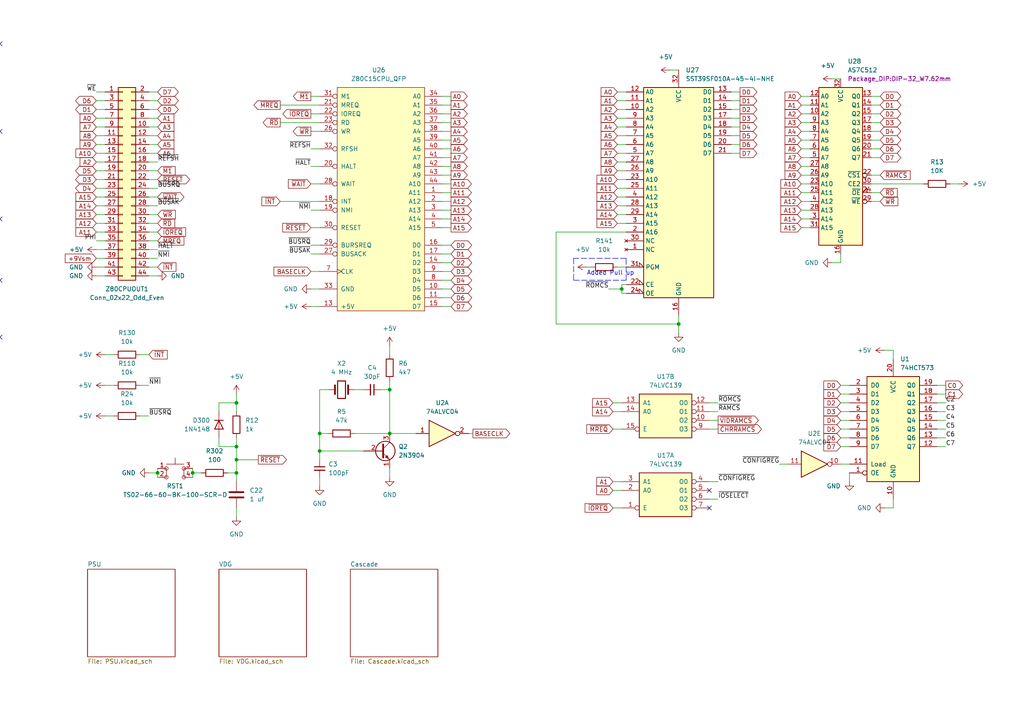
<source format=kicad_sch>
(kicad_sch (version 20211123) (generator eeschema)
  (paper "A4")
  (title_block (title "JupiterAce Z80 plus KIO and new memory format.") (date "2020-05-12") (rev "${REVNUM}") (company "Ontobus") (comment 1 "John Bradley") (comment 2 "https://creativecommons.org/licenses/by-nc-sa/4.0/") (comment 3 "Attribution-NonCommercial-ShareAlike 4.0 International License.") (comment 4 "This work is licensed under a Creative Commons "))
  (junction (at 68.58 116.84))
  (junction (at 113.03 125.73))
  (junction (at 68.58 133.35))
  (junction (at 68.58 137.16))
  (junction (at 196.85 93.98))
  (junction (at 55.88 137.16))
  (junction (at 92.71 130.81))
  (junction (at 113.03 113.03))
  (junction (at 45.72 137.16))
  (junction (at 92.71 125.73))
  (junction (at 68.58 129.54))
  (junction (at 180.34 83.82))
  (no_connect (at -66.04 15.24))
  (no_connect (at -50.8 12.7))
  (no_connect (at -66.04 10.16))
  (no_connect (at 0 63.5))
  (no_connect (at -15.24 60.96))
  (no_connect (at -15.24 66.04))
  (no_connect (at -25.4 63.5))
  (no_connect (at -15.24 10.16))
  (no_connect (at -25.4 12.7))
  (no_connect (at -15.24 100.33))
  (no_connect (at -15.24 95.25))
  (no_connect (at 0 97.79))
  (no_connect (at -15.24 97.79))
  (no_connect (at -40.64 100.33))
  (no_connect (at -40.64 95.25))
  (no_connect (at -40.64 97.79))
  (no_connect (at -15.24 78.74))
  (no_connect (at -15.24 81.28))
  (no_connect (at -15.24 83.82))
  (no_connect (at 0 81.28))
  (no_connect (at 0 12.7))
  (no_connect (at -40.64 83.82))
  (no_connect (at -25.4 97.79))
  (no_connect (at 205.74 142.24))
  (no_connect (at 205.74 147.32))
  (no_connect (at -40.64 15.24))
  (no_connect (at 0 38.1))
  (no_connect (at -15.24 38.1))
  (no_connect (at -40.64 10.16))
  (no_connect (at -40.64 81.28))
  (no_connect (at -15.24 15.24))
  (no_connect (at -40.64 66.04))
  (no_connect (at -40.64 60.96))
  (no_connect (at -25.4 81.28))
  (no_connect (at -40.64 78.74))
  (wire (pts (xy 102.87 113.03) (xy 105.41 113.03)))
  (wire (pts (xy 33.02 111.76) (xy 30.48 111.76)))
  (wire (pts (xy 43.18 57.15) (xy 45.72 57.15)))
  (wire (pts (xy 92.71 30.48) (xy 81.28 30.48)))
  (wire (pts (xy 271.78 121.92) (xy 274.32 121.92)))
  (wire (pts (xy 246.38 119.38) (xy 243.84 119.38)))
  (wire (pts (xy 181.61 31.75) (xy 179.07 31.75)))
  (wire (pts (xy 196.85 93.98) (xy 161.29 93.98)))
  (wire (pts (xy 92.71 48.26) (xy 90.17 48.26)))
  (wire (pts (xy 30.48 31.75) (xy 27.94 31.75)))
  (wire (pts (xy 128.27 35.56) (xy 130.81 35.56)))
  (wire (pts (xy 66.04 137.16) (xy 68.58 137.16)))
  (wire (pts (xy 30.48 52.07) (xy 27.94 52.07)))
  (wire (pts (xy 43.18 39.37) (xy 45.72 39.37)))
  (wire (pts (xy 43.18 34.29) (xy 45.72 34.29)))
  (wire (pts (xy 259.08 104.14) (xy 259.08 101.6)))
  (wire (pts (xy 212.09 36.83) (xy 214.63 36.83)))
  (wire (pts (xy 252.73 27.94) (xy 255.27 27.94)))
  (wire (pts (xy 181.61 82.55) (xy 180.34 82.55)))
  (wire (pts (xy 92.71 60.96) (xy 90.17 60.96)))
  (wire (pts (xy 45.72 137.16) (xy 45.72 138.43)))
  (wire (pts (xy 92.71 35.56) (xy 81.28 35.56)))
  (wire (pts (xy 212.09 39.37) (xy 214.63 39.37)))
  (wire (pts (xy 128.27 53.34) (xy 130.81 53.34)))
  (wire (pts (xy 68.58 119.38) (xy 68.58 116.84)))
  (wire (pts (xy 181.61 57.15) (xy 179.07 57.15)))
  (wire (pts (xy 30.48 62.23) (xy 27.94 62.23)))
  (wire (pts (xy 181.61 64.77) (xy 179.07 64.77)))
  (wire (pts (xy 181.61 39.37) (xy 179.07 39.37)))
  (wire (pts (xy 176.53 83.82) (xy 180.34 83.82)))
  (wire (pts (xy 181.61 59.69) (xy 179.07 59.69)))
  (wire (pts (xy 92.71 125.73) (xy 92.71 130.81)))
  (wire (pts (xy 43.18 36.83) (xy 45.72 36.83)))
  (wire (pts (xy 180.34 83.82) (xy 180.34 85.09)))
  (wire (pts (xy 92.71 33.02) (xy 90.17 33.02)))
  (wire (pts (xy 234.95 33.02) (xy 232.41 33.02)))
  (wire (pts (xy 234.95 66.04) (xy 232.41 66.04)))
  (wire (pts (xy 252.73 35.56) (xy 255.27 35.56)))
  (wire (pts (xy 30.48 59.69) (xy 27.94 59.69)))
  (wire (pts (xy 181.61 85.09) (xy 180.34 85.09)))
  (wire (pts (xy 275.59 53.34) (xy 278.13 53.34)))
  (wire (pts (xy 234.95 43.18) (xy 232.41 43.18)))
  (wire (pts (xy 128.27 48.26) (xy 130.81 48.26)))
  (wire (pts (xy 128.27 81.28) (xy 130.81 81.28)))
  (wire (pts (xy 68.58 129.54) (xy 63.5 129.54)))
  (wire (pts (xy 205.74 139.7) (xy 208.28 139.7)))
  (wire (pts (xy 43.18 26.67) (xy 45.72 26.67)))
  (wire (pts (xy 271.78 127) (xy 274.32 127)))
  (wire (pts (xy 113.03 125.73) (xy 120.65 125.73)))
  (wire (pts (xy 259.08 101.6) (xy 256.54 101.6)))
  (wire (pts (xy 252.73 50.8) (xy 255.27 50.8)))
  (wire (pts (xy 181.61 44.45) (xy 179.07 44.45)))
  (wire (pts (xy 90.17 43.18) (xy 92.71 43.18)))
  (wire (pts (xy 135.89 125.73) (xy 137.16 125.73)))
  (wire (pts (xy 243.84 73.66) (xy 243.84 76.2)))
  (wire (pts (xy 30.48 54.61) (xy 27.94 54.61)))
  (wire (pts (xy 180.34 142.24) (xy 177.8 142.24)))
  (wire (pts (xy 252.73 55.88) (xy 255.27 55.88)))
  (wire (pts (xy 55.88 137.16) (xy 55.88 138.43)))
  (wire (pts (xy 43.18 80.01) (xy 45.72 80.01)))
  (wire (pts (xy 40.64 120.65) (xy 43.18 120.65)))
  (wire (pts (xy 128.27 33.02) (xy 130.81 33.02)))
  (wire (pts (xy 128.27 45.72) (xy 130.81 45.72)))
  (wire (pts (xy 92.71 140.97) (xy 92.71 138.43)))
  (wire (pts (xy 271.78 129.54) (xy 274.32 129.54)))
  (wire (pts (xy 128.27 88.9) (xy 130.81 88.9)))
  (wire (pts (xy 234.95 50.8) (xy 232.41 50.8)))
  (wire (pts (xy 33.02 102.87) (xy 30.48 102.87)))
  (wire (pts (xy 30.48 72.39) (xy 27.94 72.39)))
  (wire (pts (xy 45.72 137.16) (xy 43.18 137.16)))
  (wire (pts (xy 246.38 116.84) (xy 243.84 116.84)))
  (wire (pts (xy 232.41 35.56) (xy 234.95 35.56)))
  (wire (pts (xy 246.38 129.54) (xy 243.84 129.54)))
  (wire (pts (xy 234.95 27.94) (xy 232.41 27.94)))
  (wire (pts (xy 92.71 83.82) (xy 90.17 83.82)))
  (wire (pts (xy 68.58 114.3) (xy 68.58 116.84)))
  (wire (pts (xy 196.85 93.98) (xy 196.85 96.52)))
  (wire (pts (xy 40.64 111.76) (xy 43.18 111.76)))
  (wire (pts (xy 90.17 78.74) (xy 92.71 78.74)))
  (wire (pts (xy 43.18 31.75) (xy 45.72 31.75)))
  (wire (pts (xy 128.27 63.5) (xy 130.81 63.5)))
  (wire (pts (xy 30.48 69.85) (xy 27.94 69.85)))
  (wire (pts (xy 68.58 133.35) (xy 74.93 133.35)))
  (wire (pts (xy 246.38 114.3) (xy 243.84 114.3)))
  (wire (pts (xy 128.27 38.1) (xy 130.81 38.1)))
  (wire (pts (xy 110.49 113.03) (xy 113.03 113.03)))
  (wire (pts (xy 43.18 49.53) (xy 45.72 49.53)))
  (wire (pts (xy 43.18 77.47) (xy 45.72 77.47)))
  (wire (pts (xy 43.18 62.23) (xy 45.72 62.23)))
  (wire (pts (xy 234.95 40.64) (xy 232.41 40.64)))
  (wire (pts (xy 92.71 53.34) (xy 90.17 53.34)))
  (wire (pts (xy 30.48 41.91) (xy 27.94 41.91)))
  (wire (pts (xy 180.34 119.38) (xy 177.8 119.38)))
  (wire (pts (xy 43.18 54.61) (xy 45.72 54.61)))
  (wire (pts (xy 30.48 39.37) (xy 27.94 39.37)))
  (wire (pts (xy 113.03 113.03) (xy 113.03 125.73)))
  (wire (pts (xy 180.34 82.55) (xy 180.34 83.82)))
  (wire (pts (xy 92.71 125.73) (xy 95.25 125.73)))
  (wire (pts (xy 234.95 38.1) (xy 232.41 38.1)))
  (wire (pts (xy 43.18 46.99) (xy 45.72 46.99)))
  (wire (pts (xy 128.27 76.2) (xy 130.81 76.2)))
  (wire (pts (xy 212.09 41.91) (xy 214.63 41.91)))
  (wire (pts (xy 271.78 119.38) (xy 274.32 119.38)))
  (wire (pts (xy 92.71 113.03) (xy 92.71 125.73)))
  (wire (pts (xy 212.09 34.29) (xy 214.63 34.29)))
  (wire (pts (xy 267.97 53.34) (xy 252.73 53.34)))
  (wire (pts (xy 43.18 69.85) (xy 45.72 69.85)))
  (wire (pts (xy 246.38 124.46) (xy 243.84 124.46)))
  (wire (pts (xy 246.38 127) (xy 243.84 127)))
  (wire (pts (xy 271.78 116.84) (xy 274.32 116.84)))
  (wire (pts (xy 30.48 46.99) (xy 27.94 46.99)))
  (wire (pts (xy 234.95 48.26) (xy 232.41 48.26)))
  (wire (pts (xy 234.95 53.34) (xy 232.41 53.34)))
  (wire (pts (xy 180.34 116.84) (xy 177.8 116.84)))
  (wire (pts (xy 234.95 58.42) (xy 232.41 58.42)))
  (wire (pts (xy 43.18 52.07) (xy 45.72 52.07)))
  (wire (pts (xy 128.27 86.36) (xy 130.81 86.36)))
  (wire (pts (xy 246.38 111.76) (xy 243.84 111.76)))
  (polyline (pts (xy 181.61 81.28) (xy 181.61 74.93)))
  (wire (pts (xy 241.3 76.2) (xy 243.84 76.2)))
  (wire (pts (xy 252.73 58.42) (xy 255.27 58.42)))
  (wire (pts (xy 68.58 129.54) (xy 68.58 133.35)))
  (wire (pts (xy 128.27 43.18) (xy 130.81 43.18)))
  (wire (pts (xy 68.58 133.35) (xy 68.58 137.16)))
  (wire (pts (xy 271.78 124.46) (xy 274.32 124.46)))
  (wire (pts (xy 30.48 34.29) (xy 27.94 34.29)))
  (wire (pts (xy 243.84 134.62) (xy 246.38 134.62)))
  (wire (pts (xy 30.48 44.45) (xy 27.94 44.45)))
  (wire (pts (xy 128.27 40.64) (xy 130.81 40.64)))
  (wire (pts (xy 40.64 102.87) (xy 43.18 102.87)))
  (wire (pts (xy 181.61 77.47) (xy 179.07 77.47)))
  (wire (pts (xy 43.18 59.69) (xy 45.72 59.69)))
  (wire (pts (xy 30.48 67.31) (xy 27.94 67.31)))
  (wire (pts (xy 128.27 60.96) (xy 130.81 60.96)))
  (wire (pts (xy 128.27 78.74) (xy 130.81 78.74)))
  (wire (pts (xy 102.87 125.73) (xy 113.03 125.73)))
  (wire (pts (xy 205.74 124.46) (xy 208.28 124.46)))
  (wire (pts (xy 252.73 45.72) (xy 255.27 45.72)))
  (wire (pts (xy 246.38 121.92) (xy 243.84 121.92)))
  (wire (pts (xy 271.78 114.3) (xy 274.32 114.3)))
  (wire (pts (xy 226.06 134.62) (xy 228.6 134.62)))
  (wire (pts (xy 92.71 73.66) (xy 90.17 73.66)))
  (wire (pts (xy 181.61 41.91) (xy 179.07 41.91)))
  (wire (pts (xy 128.27 50.8) (xy 130.81 50.8)))
  (wire (pts (xy 68.58 116.84) (xy 63.5 116.84)))
  (wire (pts (xy 30.48 74.93) (xy 27.94 74.93)))
  (wire (pts (xy 45.72 135.89) (xy 45.72 137.16)))
  (wire (pts (xy 212.09 31.75) (xy 214.63 31.75)))
  (wire (pts (xy 63.5 116.84) (xy 63.5 119.38)))
  (wire (pts (xy 92.71 58.42) (xy 81.28 58.42)))
  (wire (pts (xy 171.45 77.47) (xy 170.18 77.47)))
  (wire (pts (xy 27.94 77.47) (xy 30.48 77.47)))
  (wire (pts (xy 30.48 29.21) (xy 27.94 29.21)))
  (wire (pts (xy 30.48 80.01) (xy 27.94 80.01)))
  (wire (pts (xy 90.17 71.12) (xy 92.71 71.12)))
  (wire (pts (xy 43.18 67.31) (xy 45.72 67.31)))
  (wire (pts (xy 180.34 139.7) (xy 177.8 139.7)))
  (wire (pts (xy 58.42 137.16) (xy 55.88 137.16)))
  (wire (pts (xy 181.61 52.07) (xy 179.07 52.07)))
  (wire (pts (xy 43.18 64.77) (xy 45.72 64.77)))
  (wire (pts (xy 68.58 137.16) (xy 68.58 139.7)))
  (wire (pts (xy 196.85 20.32) (xy 194.31 20.32)))
  (wire (pts (xy 252.73 40.64) (xy 255.27 40.64)))
  (wire (pts (xy 205.74 119.38) (xy 208.28 119.38)))
  (wire (pts (xy 128.27 55.88) (xy 130.81 55.88)))
  (wire (pts (xy 181.61 49.53) (xy 179.07 49.53)))
  (wire (pts (xy 212.09 44.45) (xy 214.63 44.45)))
  (wire (pts (xy 30.48 64.77) (xy 27.94 64.77)))
  (wire (pts (xy 43.18 29.21) (xy 45.72 29.21)))
  (wire (pts (xy 92.71 38.1) (xy 90.17 38.1)))
  (wire (pts (xy 92.71 27.94) (xy 90.17 27.94)))
  (wire (pts (xy 68.58 127) (xy 68.58 129.54)))
  (wire (pts (xy 90.17 88.9) (xy 92.71 88.9)))
  (wire (pts (xy 45.72 74.93) (xy 43.18 74.93)))
  (wire (pts (xy 212.09 26.67) (xy 214.63 26.67)))
  (wire (pts (xy 181.61 62.23) (xy 179.07 62.23)))
  (wire (pts (xy 30.48 57.15) (xy 27.94 57.15)))
  (wire (pts (xy 43.18 44.45) (xy 45.72 44.45)))
  (wire (pts (xy 180.34 147.32) (xy 177.8 147.32)))
  (wire (pts (xy 30.48 49.53) (xy 27.94 49.53)))
  (wire (pts (xy 205.74 116.84) (xy 208.28 116.84)))
  (wire (pts (xy 30.48 36.83) (xy 27.94 36.83)))
  (wire (pts (xy 63.5 127) (xy 63.5 129.54)))
  (wire (pts (xy 92.71 130.81) (xy 92.71 133.35)))
  (wire (pts (xy 259.08 144.78) (xy 259.08 147.32)))
  (wire (pts (xy 128.27 58.42) (xy 130.81 58.42)))
  (wire (pts (xy 234.95 63.5) (xy 232.41 63.5)))
  (wire (pts (xy 128.27 27.94) (xy 130.81 27.94)))
  (wire (pts (xy 271.78 111.76) (xy 274.32 111.76)))
  (polyline (pts (xy 166.37 81.28) (xy 181.61 81.28)))
  (wire (pts (xy 128.27 66.04) (xy 130.81 66.04)))
  (wire (pts (xy 234.95 30.48) (xy 232.41 30.48)))
  (wire (pts (xy 196.85 91.44) (xy 196.85 93.98)))
  (wire (pts (xy 128.27 30.48) (xy 130.81 30.48)))
  (wire (pts (xy 181.61 36.83) (xy 179.07 36.83)))
  (wire (pts (xy 234.95 55.88) (xy 232.41 55.88)))
  (wire (pts (xy 234.95 60.96) (xy 232.41 60.96)))
  (polyline (pts (xy 181.61 74.93) (xy 166.37 74.93)))
  (wire (pts (xy 92.71 113.03) (xy 95.25 113.03)))
  (wire (pts (xy 252.73 30.48) (xy 255.27 30.48)))
  (polyline (pts (xy 166.37 74.93) (xy 166.37 81.28)))
  (wire (pts (xy 68.58 147.32) (xy 68.58 149.86)))
  (wire (pts (xy 252.73 33.02) (xy 255.27 33.02)))
  (wire (pts (xy 30.48 26.67) (xy 27.94 26.67)))
  (wire (pts (xy 181.61 29.21) (xy 179.07 29.21)))
  (wire (pts (xy 113.03 110.49) (xy 113.03 113.03)))
  (wire (pts (xy 113.03 135.89) (xy 113.03 138.43)))
  (wire (pts (xy 205.74 144.78) (xy 208.28 144.78)))
  (wire (pts (xy 256.54 147.32) (xy 259.08 147.32)))
  (wire (pts (xy 128.27 73.66) (xy 130.81 73.66)))
  (wire (pts (xy 205.74 121.92) (xy 208.28 121.92)))
  (wire (pts (xy 181.61 34.29) (xy 179.07 34.29)))
  (wire (pts (xy 252.73 43.18) (xy 255.27 43.18)))
  (wire (pts (xy 234.95 45.72) (xy 232.41 45.72)))
  (wire (pts (xy 246.38 137.16) (xy 246.38 139.7)))
  (wire (pts (xy 90.17 66.04) (xy 92.71 66.04)))
  (wire (pts (xy 161.29 67.31) (xy 161.29 93.98)))
  (wire (pts (xy 128.27 71.12) (xy 130.81 71.12)))
  (wire (pts (xy 30.48 120.65) (xy 33.02 120.65)))
  (wire (pts (xy 161.29 67.31) (xy 181.61 67.31)))
  (wire (pts (xy 128.27 83.82) (xy 130.81 83.82)))
  (wire (pts (xy 212.09 29.21) (xy 214.63 29.21)))
  (wire (pts (xy 113.03 102.87) (xy 113.03 100.33)))
  (wire (pts (xy 181.61 26.67) (xy 179.07 26.67)))
  (wire (pts (xy 252.73 38.1) (xy 255.27 38.1)))
  (wire (pts (xy 181.61 46.99) (xy 179.07 46.99)))
  (wire (pts (xy 177.8 124.46) (xy 180.34 124.46)))
  (wire (pts (xy 243.84 22.86) (xy 241.3 22.86)))
  (wire (pts (xy 55.88 135.89) (xy 55.88 137.16)))
  (wire (pts (xy 181.61 54.61) (xy 179.07 54.61)))
  (wire (pts (xy 43.18 41.91) (xy 45.72 41.91)))
  (wire (pts (xy 92.71 130.81) (xy 105.41 130.81)))
  (wire (pts (xy 43.18 72.39) (xy 45.72 72.39)))
  (text "Added Pull up" (at 170.18 80.01 0) (effects (font (size 1.27 1.27)) (justify left bottom)))
  (label "~{CONFIGREG}" (at 226.06 134.62 180))
  (label "C4" (at 274.32 121.92 0))
  (label "C2" (at 274.32 116.84 0))
  (label "C3" (at 274.32 119.38 0))
  (label "C6" (at 274.32 127 0))
  (label "~{REFSH}" (at 90.17 43.18 0))
  (label "~{IOSELECT}" (at 208.28 144.78 0))
  (label "~{RAMCS}" (at 208.28 119.38 0))
  (label "~{BUSAK}" (at 90.17 73.66 180))
  (label "~{HALT}" (at 45.72 72.39 0))
  (label "~{ROMCS}" (at 176.53 83.82 180))
  (label "~{BUSRQ}" (at 45.72 54.61 0))
  (label "PHI" (at 27.94 69.85 180))
  (label "~{NMI}" (at 90.17 60.96 180))
  (label "~{WE}" (at 27.94 26.67 180))
  (label "~{BUSRQ}" (at 90.17 71.12 180))
  (label "~{NMI}" (at 45.72 74.93 0))
  (label "~{NMI}" (at 43.18 111.76 0))
  (label "~{HALT}" (at 90.17 48.26 180))
  (label "~{BUSRQ}" (at 43.18 120.65 0))
  (label "~{CONFIGREG}" (at 208.28 139.7 0))
  (label "~{BUSAK}" (at 45.72 59.69 0))
  (label "C5" (at 274.32 124.46 0))
  (label "C7" (at 274.32 129.54 0))
  (label "~{REFSH}" (at 45.72 46.99 0))
  (label "~{ROMCS}" (at 208.28 116.84 0))
  (global_label "D3" (shape output) (at 214.63 34.29 0) (property "Intersheet References" "${INTERSHEET_REFS}" (at 219.5226 34.2106 0) (effects (justify left))))
  (global_label "D3" (shape bidirectional) (at 130.81 78.74 0) (property "Intersheet References" "${INTERSHEET_REFS}" (at 135.7026 78.6606 0) (effects (justify left))))
  (global_label "BASECLK" (shape input) (at 90.17 78.74 180) (property "Intersheet References" "${INTERSHEET_REFS}" (at 79.4717 78.6606 0) (effects (justify right))))
  (global_label "~{RD}" (shape input) (at 45.72 64.77 0) (property "Intersheet References" "${INTERSHEET_REFS}" (at 50.6731 64.6906 0) (effects (justify left))))
  (global_label "~{CHRRAMCS}" (shape output) (at 208.28 124.46 0) (property "Intersheet References" "${INTERSHEET_REFS}" (at 220.8531 124.3806 0) (effects (justify left))))
  (global_label "A14" (shape output) (at 130.81 63.5 0) (property "Intersheet References" "${INTERSHEET_REFS}" (at 136.7307 63.4206 0) (effects (justify left))))
  (global_label "A10" (shape input) (at 179.07 52.07 180) (property "Intersheet References" "${INTERSHEET_REFS}" (at 173.1493 51.9906 0) (effects (justify right))))
  (global_label "~{MREQ}" (shape input) (at 45.72 69.85 0) (property "Intersheet References" "${INTERSHEET_REFS}" (at 53.3341 69.7706 0) (effects (justify left))))
  (global_label "D6" (shape output) (at 214.63 41.91 0) (property "Intersheet References" "${INTERSHEET_REFS}" (at 219.5226 41.8306 0) (effects (justify left))))
  (global_label "~{IOREQ}" (shape output) (at 90.17 33.02 180) (property "Intersheet References" "${INTERSHEET_REFS}" (at 82.0721 32.9406 0) (effects (justify right))))
  (global_label "A2" (shape input) (at 27.94 46.99 180) (property "Intersheet References" "${INTERSHEET_REFS}" (at 23.2288 46.9106 0) (effects (justify right))))
  (global_label "~{WAIT}" (shape input) (at 90.17 53.34 180) (property "Intersheet References" "${INTERSHEET_REFS}" (at 83.6445 53.2606 0) (effects (justify right))))
  (global_label "A1" (shape output) (at 130.81 30.48 0) (property "Intersheet References" "${INTERSHEET_REFS}" (at 135.5212 30.4006 0) (effects (justify left))))
  (global_label "~{WR}" (shape input) (at 255.27 58.42 0) (property "Intersheet References" "${INTERSHEET_REFS}" (at 260.4045 58.3406 0) (effects (justify left))))
  (global_label "A15" (shape input) (at 177.8 116.84 180) (property "Intersheet References" "${INTERSHEET_REFS}" (at 171.8793 116.7606 0) (effects (justify right))))
  (global_label "D4" (shape bidirectional) (at 255.27 38.1 0) (property "Intersheet References" "${INTERSHEET_REFS}" (at 260.1626 38.0206 0) (effects (justify left))))
  (global_label "~{INT}" (shape input) (at 43.18 102.87 0) (property "Intersheet References" "${INTERSHEET_REFS}" (at 48.496 102.7906 0) (effects (justify left))))
  (global_label "D7" (shape bidirectional) (at 255.27 45.72 0) (property "Intersheet References" "${INTERSHEET_REFS}" (at 260.1626 45.6406 0) (effects (justify left))))
  (global_label "A0" (shape input) (at 177.8 142.24 180) (property "Intersheet References" "${INTERSHEET_REFS}" (at 173.0888 142.1606 0) (effects (justify right))))
  (global_label "D1" (shape bidirectional) (at 130.81 73.66 0) (property "Intersheet References" "${INTERSHEET_REFS}" (at 135.7026 73.5806 0) (effects (justify left))))
  (global_label "A11" (shape input) (at 232.41 55.88 180) (property "Intersheet References" "${INTERSHEET_REFS}" (at 226.4893 55.8006 0) (effects (justify right))))
  (global_label "A2" (shape input) (at 232.41 33.02 180) (property "Intersheet References" "${INTERSHEET_REFS}" (at 227.6988 32.9406 0) (effects (justify right))))
  (global_label "~{WR}" (shape input) (at 45.72 62.23 0) (property "Intersheet References" "${INTERSHEET_REFS}" (at 50.8545 62.1506 0) (effects (justify left))))
  (global_label "A4" (shape input) (at 232.41 38.1 180) (property "Intersheet References" "${INTERSHEET_REFS}" (at 227.6988 38.0206 0) (effects (justify right))))
  (global_label "D2" (shape bidirectional) (at 255.27 33.02 0) (property "Intersheet References" "${INTERSHEET_REFS}" (at 260.1626 32.9406 0) (effects (justify left))))
  (global_label "A13" (shape input) (at 27.94 62.23 180) (property "Intersheet References" "${INTERSHEET_REFS}" (at 22.0193 62.1506 0) (effects (justify right))))
  (global_label "A3" (shape output) (at 130.81 35.56 0) (property "Intersheet References" "${INTERSHEET_REFS}" (at 135.5212 35.4806 0) (effects (justify left))))
  (global_label "A13" (shape input) (at 232.41 60.96 180) (property "Intersheet References" "${INTERSHEET_REFS}" (at 226.4893 60.8806 0) (effects (justify right))))
  (global_label "A0" (shape output) (at 130.81 27.94 0) (property "Intersheet References" "${INTERSHEET_REFS}" (at 135.5212 27.8606 0) (effects (justify left))))
  (global_label "~{MREQ}" (shape output) (at 81.28 30.48 180) (property "Intersheet References" "${INTERSHEET_REFS}" (at 73.6659 30.4006 0) (effects (justify right))))
  (global_label "~{RESET}" (shape input) (at 90.17 66.04 180) (property "Intersheet References" "${INTERSHEET_REFS}" (at 82.0117 65.9606 0) (effects (justify right))))
  (global_label "A15" (shape input) (at 179.07 64.77 180) (property "Intersheet References" "${INTERSHEET_REFS}" (at 173.1493 64.6906 0) (effects (justify right))))
  (global_label "A3" (shape input) (at 232.41 35.56 180) (property "Intersheet References" "${INTERSHEET_REFS}" (at 227.6988 35.4806 0) (effects (justify right))))
  (global_label "A13" (shape output) (at 130.81 60.96 0) (property "Intersheet References" "${INTERSHEET_REFS}" (at 136.7307 60.8806 0) (effects (justify left))))
  (global_label "+9Vsm" (shape input) (at 27.94 74.93 180) (property "Intersheet References" "${INTERSHEET_REFS}" (at 18.935 74.8506 0) (effects (justify right))))
  (global_label "A12" (shape input) (at 232.41 58.42 180) (property "Intersheet References" "${INTERSHEET_REFS}" (at 226.4893 58.3406 0) (effects (justify right))))
  (global_label "A7" (shape input) (at 27.94 36.83 180) (property "Intersheet References" "${INTERSHEET_REFS}" (at 23.2288 36.7506 0) (effects (justify right))))
  (global_label "A1" (shape input) (at 45.72 34.29 0) (property "Intersheet References" "${INTERSHEET_REFS}" (at 50.4312 34.2106 0) (effects (justify left))))
  (global_label "D2" (shape bidirectional) (at 130.81 76.2 0) (property "Intersheet References" "${INTERSHEET_REFS}" (at 135.7026 76.1206 0) (effects (justify left))))
  (global_label "~{WAIT}" (shape bidirectional) (at 45.72 57.15 0) (property "Intersheet References" "${INTERSHEET_REFS}" (at 52.2455 57.0706 0) (effects (justify left))))
  (global_label "D4" (shape output) (at 214.63 36.83 0) (property "Intersheet References" "${INTERSHEET_REFS}" (at 219.5226 36.7506 0) (effects (justify left))))
  (global_label "D5" (shape bidirectional) (at 27.94 49.53 180) (property "Intersheet References" "${INTERSHEET_REFS}" (at 23.0474 49.4506 0) (effects (justify right))))
  (global_label "D4" (shape input) (at 243.84 121.92 180) (property "Intersheet References" "${INTERSHEET_REFS}" (at 238.9474 121.8406 0) (effects (justify right))))
  (global_label "~{IOREQ}" (shape input) (at 177.8 147.32 180) (property "Intersheet References" "${INTERSHEET_REFS}" (at 169.7021 147.2406 0) (effects (justify right))))
  (global_label "A6" (shape input) (at 179.07 41.91 180) (property "Intersheet References" "${INTERSHEET_REFS}" (at 174.3588 41.8306 0) (effects (justify right))))
  (global_label "A15" (shape output) (at 130.81 66.04 0) (property "Intersheet References" "${INTERSHEET_REFS}" (at 136.7307 65.9606 0) (effects (justify left))))
  (global_label "C1" (shape output) (at 274.32 114.3 0) (property "Intersheet References" "${INTERSHEET_REFS}" (at 279.2126 114.2206 0) (effects (justify left))))
  (global_label "D6" (shape bidirectional) (at 27.94 29.21 180) (property "Intersheet References" "${INTERSHEET_REFS}" (at 23.0474 29.1306 0) (effects (justify right))))
  (global_label "D0" (shape bidirectional) (at 130.81 71.12 0) (property "Intersheet References" "${INTERSHEET_REFS}" (at 135.7026 71.0406 0) (effects (justify left))))
  (global_label "D2" (shape input) (at 243.84 116.84 180) (property "Intersheet References" "${INTERSHEET_REFS}" (at 238.9474 116.7606 0) (effects (justify right))))
  (global_label "D7" (shape bidirectional) (at 130.81 88.9 0) (property "Intersheet References" "${INTERSHEET_REFS}" (at 135.7026 88.8206 0) (effects (justify left))))
  (global_label "BASECLK" (shape output) (at 137.16 125.73 0) (property "Intersheet References" "${INTERSHEET_REFS}" (at 147.8583 125.6506 0) (effects (justify left))))
  (global_label "D5" (shape output) (at 214.63 39.37 0) (property "Intersheet References" "${INTERSHEET_REFS}" (at 219.5226 39.2906 0) (effects (justify left))))
  (global_label "~{WR}" (shape output) (at 90.17 38.1 180) (property "Intersheet References" "${INTERSHEET_REFS}" (at 85.0355 38.0206 0) (effects (justify right))))
  (global_label "A15" (shape input) (at 232.41 66.04 180) (property "Intersheet References" "${INTERSHEET_REFS}" (at 226.4893 65.9606 0) (effects (justify right))))
  (global_label "D3" (shape bidirectional) (at 255.27 35.56 0) (property "Intersheet References" "${INTERSHEET_REFS}" (at 260.1626 35.4806 0) (effects (justify left))))
  (global_label "A14" (shape input) (at 27.94 59.69 180) (property "Intersheet References" "${INTERSHEET_REFS}" (at 22.0193 59.6106 0) (effects (justify right))))
  (global_label "A10" (shape output) (at 130.81 53.34 0) (property "Intersheet References" "${INTERSHEET_REFS}" (at 136.7307 53.2606 0) (effects (justify left))))
  (global_label "A8" (shape input) (at 179.07 46.99 180) (property "Intersheet References" "${INTERSHEET_REFS}" (at 174.3588 46.9106 0) (effects (justify right))))
  (global_label "D5" (shape bidirectional) (at 255.27 40.64 0) (property "Intersheet References" "${INTERSHEET_REFS}" (at 260.1626 40.5606 0) (effects (justify left))))
  (global_label "A5" (shape input) (at 45.72 41.91 0) (property "Intersheet References" "${INTERSHEET_REFS}" (at 50.4312 41.8306 0) (effects (justify left))))
  (global_label "A7" (shape output) (at 130.81 45.72 0) (property "Intersheet References" "${INTERSHEET_REFS}" (at 135.5212 45.6406 0) (effects (justify left))))
  (global_label "D4" (shape bidirectional) (at 130.81 81.28 0) (property "Intersheet References" "${INTERSHEET_REFS}" (at 135.7026 81.2006 0) (effects (justify left))))
  (global_label "D7" (shape bidirectional) (at 45.72 26.67 0) (property "Intersheet References" "${INTERSHEET_REFS}" (at 50.6126 26.5906 0) (effects (justify left))))
  (global_label "A7" (shape input) (at 179.07 44.45 180) (property "Intersheet References" "${INTERSHEET_REFS}" (at 174.3588 44.3706 0) (effects (justify right))))
  (global_label "A5" (shape input) (at 179.07 39.37 180) (property "Intersheet References" "${INTERSHEET_REFS}" (at 174.3588 39.2906 0) (effects (justify right))))
  (global_label "~{RESET}" (shape output) (at 74.93 133.35 0) (property "Intersheet References" "${INTERSHEET_REFS}" (at 83.0883 133.2706 0) (effects (justify left))))
  (global_label "D1" (shape output) (at 214.63 29.21 0) (property "Intersheet References" "${INTERSHEET_REFS}" (at 219.5226 29.1306 0) (effects (justify left))))
  (global_label "A9" (shape output) (at 130.81 50.8 0) (property "Intersheet References" "${INTERSHEET_REFS}" (at 135.5212 50.7206 0) (effects (justify left))))
  (global_label "A4" (shape input) (at 179.07 36.83 180) (property "Intersheet References" "${INTERSHEET_REFS}" (at 174.3588 36.7506 0) (effects (justify right))))
  (global_label "D5" (shape input) (at 243.84 124.46 180) (property "Intersheet References" "${INTERSHEET_REFS}" (at 238.9474 124.3806 0) (effects (justify right))))
  (global_label "A9" (shape input) (at 232.41 50.8 180) (property "Intersheet References" "${INTERSHEET_REFS}" (at 227.6988 50.7206 0) (effects (justify right))))
  (global_label "D3" (shape input) (at 243.84 119.38 180) (property "Intersheet References" "${INTERSHEET_REFS}" (at 238.9474 119.3006 0) (effects (justify right))))
  (global_label "D5" (shape bidirectional) (at 130.81 83.82 0) (property "Intersheet References" "${INTERSHEET_REFS}" (at 135.7026 83.7406 0) (effects (justify left))))
  (global_label "D1" (shape bidirectional) (at 255.27 30.48 0) (property "Intersheet References" "${INTERSHEET_REFS}" (at 260.1626 30.4006 0) (effects (justify left))))
  (global_label "D6" (shape bidirectional) (at 255.27 43.18 0) (property "Intersheet References" "${INTERSHEET_REFS}" (at 260.1626 43.1006 0) (effects (justify left))))
  (global_label "A10" (shape input) (at 27.94 44.45 180) (property "Intersheet References" "${INTERSHEET_REFS}" (at 22.0193 44.3706 0) (effects (justify right))))
  (global_label "A12" (shape output) (at 130.81 58.42 0) (property "Intersheet References" "${INTERSHEET_REFS}" (at 136.7307 58.3406 0) (effects (justify left))))
  (global_label "~{RESET}" (shape bidirectional) (at 45.72 52.07 0) (property "Intersheet References" "${INTERSHEET_REFS}" (at 53.8783 51.9906 0) (effects (justify left))))
  (global_label "A3" (shape input) (at 45.72 36.83 0) (property "Intersheet References" "${INTERSHEET_REFS}" (at 50.4312 36.7506 0) (effects (justify left))))
  (global_label "A14" (shape input) (at 179.07 62.23 180) (property "Intersheet References" "${INTERSHEET_REFS}" (at 173.1493 62.1506 0) (effects (justify right))))
  (global_label "A3" (shape input) (at 179.07 34.29 180) (property "Intersheet References" "${INTERSHEET_REFS}" (at 174.3588 34.2106 0) (effects (justify right))))
  (global_label "~{IOREQ}" (shape input) (at 45.72 67.31 0) (property "Intersheet References" "${INTERSHEET_REFS}" (at 53.8179 67.2306 0) (effects (justify left))))
  (global_label "A6" (shape output) (at 130.81 43.18 0) (property "Intersheet References" "${INTERSHEET_REFS}" (at 135.5212 43.1006 0) (effects (justify left))))
  (global_label "A9" (shape input) (at 179.07 49.53 180) (property "Intersheet References" "${INTERSHEET_REFS}" (at 174.3588 49.4506 0) (effects (justify right))))
  (global_label "D0" (shape bidirectional) (at 255.27 27.94 0) (property "Intersheet References" "${INTERSHEET_REFS}" (at 260.1626 27.8606 0) (effects (justify left))))
  (global_label "A1" (shape input) (at 179.07 29.21 180) (property "Intersheet References" "${INTERSHEET_REFS}" (at 174.3588 29.1306 0) (effects (justify right))))
  (global_label "~{M1}" (shape input) (at 45.72 49.53 0) (property "Intersheet References" "${INTERSHEET_REFS}" (at 50.7941 49.4506 0) (effects (justify left))))
  (global_label "A12" (shape input) (at 27.94 64.77 180) (property "Intersheet References" "${INTERSHEET_REFS}" (at 22.0193 64.6906 0) (effects (justify right))))
  (global_label "A8" (shape output) (at 130.81 48.26 0) (property "Intersheet References" "${INTERSHEET_REFS}" (at 135.5212 48.1806 0) (effects (justify left))))
  (global_label "~{MREQ}" (shape input) (at 177.8 124.46 180) (property "Intersheet References" "${INTERSHEET_REFS}" (at 170.1859 124.3806 0) (effects (justify right))))
  (global_label "A0" (shape input) (at 232.41 27.94 180) (property "Intersheet References" "${INTERSHEET_REFS}" (at 227.6988 27.8606 0) (effects (justify right))))
  (global_label "D6" (shape input) (at 243.84 127 180) (property "Intersheet References" "${INTERSHEET_REFS}" (at 238.9474 126.9206 0) (effects (justify right))))
  (global_label "D4" (shape bidirectional) (at 27.94 54.61 180) (property "Intersheet References" "${INTERSHEET_REFS}" (at 23.0474 54.5306 0) (effects (justify right))))
  (global_label "A2" (shape output) (at 130.81 33.02 0) (property "Intersheet References" "${INTERSHEET_REFS}" (at 135.5212 32.9406 0) (effects (justify left))))
  (global_label "A8" (shape input) (at 232.41 48.26 180) (property "Intersheet References" "${INTERSHEET_REFS}" (at 227.6988 48.1806 0) (effects (justify right))))
  (global_label "A4" (shape output) (at 130.81 38.1 0) (property "Intersheet References" "${INTERSHEET_REFS}" (at 135.5212 38.0206 0) (effects (justify left))))
  (global_label "~{INT}" (shape input) (at 45.72 77.47 0) (property "Intersheet References" "${INTERSHEET_REFS}" (at 51.036 77.3906 0) (effects (justify left))))
  (global_label "D7" (shape input) (at 243.84 129.54 180) (property "Intersheet References" "${INTERSHEET_REFS}" (at 238.9474 129.4606 0) (effects (justify right))))
  (global_label "A0" (shape input) (at 27.94 34.29 180) (property "Intersheet References" "${INTERSHEET_REFS}" (at 23.2288 34.2106 0) (effects (justify right))))
  (global_label "~{RD}" (shape input) (at 255.27 55.88 0) (property "Intersheet References" "${INTERSHEET_REFS}" (at 260.2231 55.8006 0) (effects (justify left))))
  (global_label "A7" (shape input) (at 232.41 45.72 180) (property "Intersheet References" "${INTERSHEET_REFS}" (at 227.6988 45.6406 0) (effects (justify right))))
  (global_label "D0" (shape bidirectional) (at 45.72 31.75 0) (property "Intersheet References" "${INTERSHEET_REFS}" (at 50.6126 31.6706 0) (effects (justify left))))
  (global_label "D1" (shape bidirectional) (at 27.94 31.75 180) (property "Intersheet References" "${INTERSHEET_REFS}" (at 23.0474 31.6706 0) (effects (justify right))))
  (global_label "A5" (shape output) (at 130.81 40.64 0) (property "Intersheet References" "${INTERSHEET_REFS}" (at 135.5212 40.5606 0) (effects (justify left))))
  (global_label "D0" (shape input) (at 243.84 111.76 180) (property "Intersheet References" "${INTERSHEET_REFS}" (at 238.9474 111.6806 0) (effects (justify right))))
  (global_label "A11" (shape input) (at 179.07 54.61 180) (property "Intersheet References" "${INTERSHEET_REFS}" (at 173.1493 54.5306 0) (effects (justify right))))
  (global_label "A0" (shape input) (at 179.07 26.67 180) (property "Intersheet References" "${INTERSHEET_REFS}" (at 174.3588 26.5906 0) (effects (justify right))))
  (global_label "A2" (shape input) (at 179.07 31.75 180) (property "Intersheet References" "${INTERSHEET_REFS}" (at 174.3588 31.6706 0) (effects (justify right))))
  (global_label "~{VIDRAMCS}" (shape output) (at 208.28 121.92 0) (property "Intersheet References" "${INTERSHEET_REFS}" (at 219.946 121.8406 0) (effects (justify left))))
  (global_label "A8" (shape input) (at 27.94 39.37 180) (property "Intersheet References" "${INTERSHEET_REFS}" (at 23.2288 39.2906 0) (effects (justify right))))
  (global_label "A11" (shape input) (at 27.94 67.31 180) (property "Intersheet References" "${INTERSHEET_REFS}" (at 22.0193 67.2306 0) (effects (justify right))))
  (global_label "A14" (shape input) (at 177.8 119.38 180) (property "Intersheet References" "${INTERSHEET_REFS}" (at 171.8793 119.3006 0) (effects (justify right))))
  (global_label "A6" (shape input) (at 45.72 44.45 0) (property "Intersheet References" "${INTERSHEET_REFS}" (at 50.4312 44.3706 0) (effects (justify left))))
  (global_label "D6" (shape bidirectional) (at 130.81 86.36 0) (property "Intersheet References" "${INTERSHEET_REFS}" (at 135.7026 86.2806 0) (effects (justify left))))
  (global_label "A5" (shape input) (at 232.41 40.64 180) (property "Intersheet References" "${INTERSHEET_REFS}" (at 227.6988 40.5606 0) (effects (justify right))))
  (global_label "~{INT}" (shape input) (at 81.28 58.42 180) (property "Intersheet References" "${INTERSHEET_REFS}" (at 75.964 58.3406 0) (effects (justify right))))
  (global_label "A9" (shape input) (at 27.94 41.91 180) (property "Intersheet References" "${INTERSHEET_REFS}" (at 23.2288 41.8306 0) (effects (justify right))))
  (global_label "D2" (shape bidirectional) (at 45.72 29.21 0) (property "Intersheet References" "${INTERSHEET_REFS}" (at 50.6126 29.1306 0) (effects (justify left))))
  (global_label "C0" (shape output) (at 274.32 111.76 0) (property "Intersheet References" "${INTERSHEET_REFS}" (at 279.2126 111.6806 0) (effects (justify left))))
  (global_label "A15" (shape input) (at 27.94 57.15 180) (property "Intersheet References" "${INTERSHEET_REFS}" (at 22.0193 57.0706 0) (effects (justify right))))
  (global_label "D1" (shape input) (at 243.84 114.3 180) (property "Intersheet References" "${INTERSHEET_REFS}" (at 238.9474 114.2206 0) (effects (justify right))))
  (global_label "A11" (shape output) (at 130.81 55.88 0) (property "Intersheet References" "${INTERSHEET_REFS}" (at 136.7307 55.8006 0) (effects (justify left))))
  (global_label "D0" (shape output) (at 214.63 26.67 0) (property "Intersheet References" "${INTERSHEET_REFS}" (at 219.5226 26.5906 0) (effects (justify left))))
  (global_label "~{RD}" (shape output) (at 81.28 35.56 180) (property "Intersheet References" "${INTERSHEET_REFS}" (at 76.3269 35.4806 0) (effects (justify right))))
  (global_label "A14" (shape input) (at 232.41 63.5 180) (property "Intersheet References" "${INTERSHEET_REFS}" (at 226.4893 63.4206 0) (effects (justify right))))
  (global_label "D2" (shape output) (at 214.63 31.75 0) (property "Intersheet References" "${INTERSHEET_REFS}" (at 219.5226 31.6706 0) (effects (justify left))))
  (global_label "A6" (shape input) (at 232.41 43.18 180) (property "Intersheet References" "${INTERSHEET_REFS}" (at 227.6988 43.1006 0) (effects (justify right))))
  (global_label "A12" (shape input) (at 179.07 57.15 180) (property "Intersheet References" "${INTERSHEET_REFS}" (at 173.1493 57.0706 0) (effects (justify right))))
  (global_label "A1" (shape input) (at 177.8 139.7 180) (property "Intersheet References" "${INTERSHEET_REFS}" (at 173.0888 139.6206 0) (effects (justify right))))
  (global_label "~{RAMCS}" (shape input) (at 255.27 50.8 0) (property "Intersheet References" "${INTERSHEET_REFS}" (at 263.9726 50.7206 0) (effects (justify left))))
  (global_label "D7" (shape output) (at 214.63 44.45 0) (property "Intersheet References" "${INTERSHEET_REFS}" (at 219.5226 44.3706 0) (effects (justify left))))
  (global_label "A1" (shape input) (at 232.41 30.48 180) (property "Intersheet References" "${INTERSHEET_REFS}" (at 227.6988 30.4006 0) (effects (justify right))))
  (global_label "~{M1}" (shape output) (at 90.17 27.94 180) (property "Intersheet References" "${INTERSHEET_REFS}" (at 85.0959 27.8606 0) (effects (justify right))))
  (global_label "D3" (shape bidirectional) (at 27.94 52.07 180) (property "Intersheet References" "${INTERSHEET_REFS}" (at 23.0474 51.9906 0) (effects (justify right))))
  (global_label "A10" (shape input) (at 232.41 53.34 180) (property "Intersheet References" "${INTERSHEET_REFS}" (at 226.4893 53.2606 0) (effects (justify right))))
  (global_label "A13" (shape input) (at 179.07 59.69 180) (property "Intersheet References" "${INTERSHEET_REFS}" (at 173.1493 59.6106 0) (effects (justify right))))
  (global_label "A4" (shape input) (at 45.72 39.37 0) (property "Intersheet References" "${INTERSHEET_REFS}" (at 50.4312 39.2906 0) (effects (justify left))))
  (symbol (lib_id "power:GND") (at 196.85 96.52 0) (unit 1)
    (property "Reference" "#~PWR0129" (effects hide))
    (property "Value" "GND" (at 196.85 101.6 0))
  )
  (symbol (lib_id "Device:R") (at 68.58 123.19 0) (unit 1)
    (property "Reference" "R12" (at 71.12 121.9199 0) (effects (justify left)))
    (property "Value" "1k" (at 71.12 124.4599 0) (effects (justify left)))
    (property "Footprint" "Resistor_THT:R_Axial_DIN0204_L3.6mm_D1.6mm_P1.90mm_Vertical" (effects hide))
  )
  (symbol (lib_id "power:GND") (at 246.38 139.7 0) (unit 1)
    (property "Reference" "# PWR0106" (effects hide))
    (property "Value" "GND" (at 243.84 140.9699 0) (effects (justify right)))
  )
  (symbol (lib_id "74xx-FIX:74LS10") (at -7.62 81.28 0) (unit 3)
    (property "Reference" "U10" (at -7.62 72.39 0))
    (property "Value" "74LVC10" (at -7.62 74.93 0))
    (property "Footprint" "Package_SO:SOIC-14_3.9x8.7mm_P1.27mm" (effects hide))
    (property "Datasheet" "http://www.ti.com/lit/gpn/sn74LS10" (effects hide))
  )
  (symbol (lib_id "power:+5V") (at 170.18 77.47 90) (unit 1)
    (property "Reference" "#PWR0125" (effects hide))
    (property "Value" "+5V" (at 168.91 72.39 90))
  )
  (symbol (lib_id "ExtraSymbols:AS7C512 DIP{slash}SOJ") (at 243.84 25.4 0) (unit 1)
    (property "Reference" "U28" (at 245.8594 17.78 0) (effects (justify left)))
    (property "Value" "AS7C512" (at 245.8594 20.32 0) (effects (justify left)))
    (property "Footprint" "Package_DIP:DIP-32_W7.62mm" (at 245.8594 22.86 0) (effects (justify left)))
    (property "Datasheet" "https://www.digchip.com/datasheets/parts/datasheet/3364/AS7C512-15PC-pdf.php" (effects hide))
    (property "Manufacturer_Name" "Alliance Semiconductor" (effects hide))
    (property "Manufacturer_Part_Number" "AS7C512" (effects hide))
  )
  (symbol (lib_id "power:+5V") (at 30.48 111.76 90) (unit 1)
    (property "Reference" "#PWR0103" (effects hide))
    (property "Value" "+5V" (at 26.67 111.7599 90) (effects (justify left)))
  )
  (symbol (lib_id "74xx:74LS04") (at -7.62 38.1 0) (unit 4)
    (property "Reference" "U2" (at -7.62 29.21 0))
    (property "Value" "74ALVC04" (at -7.62 31.75 0))
    (property "Footprint" "Package_SO:SOIC-14_3.9x8.7mm_P1.27mm" (effects hide))
    (property "Datasheet" "http://www.ti.com/lit/gpn/sn74LS04" (effects hide))
    (property "Manufacturer_Part_Number" "SN74AHCT04" (effects hide))
  )
  (symbol (lib_id "74xx:74LS11") (at -7.62 97.79 0) (unit 3)
    (property "Reference" "U11" (at -7.62 88.9 0))
    (property "Value" "74LVC11" (at -7.62 91.44 0))
    (property "Footprint" "Package_SO:SOIC-14_3.9x8.7mm_P1.27mm" (effects hide))
    (property "Datasheet" "http://www.ti.com/lit/gpn/sn74LS11" (effects hide))
  )
  (symbol (lib_id "74xx-FIX:74LS10") (at -33.02 81.28 0) (unit 2)
    (property "Reference" "U10" (at -33.02 72.39 0))
    (property "Value" "74LVC10" (at -33.02 74.93 0))
    (property "Footprint" "Package_SO:SOIC-14_3.9x8.7mm_P1.27mm" (effects hide))
    (property "Datasheet" "http://www.ti.com/lit/gpn/sn74LS10" (effects hide))
  )
  (symbol (lib_id "74xx-FIX:74LS573") (at 259.08 124.46 0) (unit 1)
    (property "Reference" "U1" (at 261.0994 104.14 0) (effects (justify left)))
    (property "Value" "74HCT573" (at 261.0994 106.68 0) (effects (justify left)))
    (property "Footprint" "ExtraFootprints:SOIC-20N-127P780X200" (effects hide))
    (property "Datasheet" "74xx/74hc573.pdf" (effects hide))
  )
  (symbol (lib_id "Device:R") (at 175.26 77.47 90) (unit 1)
    (property "Reference" "R141" (at 175.26 69.85 90))
    (property "Value" "10k" (at 175.26 72.39 90))
    (property "Footprint" "Resistor_THT:R_Axial_DIN0204_L3.6mm_D1.6mm_P1.90mm_Vertical" (effects hide))
    (property "Manufacturer_Part_Number" "MBA02040C1002FRP00 " (effects hide))
    (property "Manufacturer_Name" "Vishay" (effects hide))
  )
  (symbol (lib_id "power:+5V") (at 30.48 120.65 90) (unit 1)
    (property "Reference" "#PWR0104" (effects hide))
    (property "Value" "+5V" (at 26.67 120.6499 90) (effects (justify left)))
  )
  (symbol (lib_id "74xx:74LS86") (at -58.42 12.7 0) (unit 2)
    (property "Reference" "U12" (at -58.7248 3.81 0))
    (property "Value" "SN74LVC86" (at -58.7248 6.35 0))
    (property "Footprint" "Package_SO:SOIC-14_3.9x8.7mm_P1.27mm" (effects hide))
    (property "Datasheet" "74xx/74ls86.pdf" (effects hide))
    (property "Manufacturer_Part_Number" "SN74AHCT86N" (effects hide))
    (property "Manufacturer_Name" "Texas Instruments" (effects hide))
  )
  (symbol (lib_id "power:GND") (at 27.94 77.47 270) (unit 1)
    (property "Reference" "#~PWR0153" (effects hide))
    (property "Value" "GND" (at 24.13 77.4699 90) (effects (justify right)))
  )
  (symbol (lib_id "ExtraSymbols:SST39SF010-FULLPIN") (at 196.85 57.15 0) (unit 1)
    (property "Reference" "U27" (at 198.8694 20.32 0) (effects (justify left)))
    (property "Value" "SST39SF010A-45-4I-NHE " (at 198.8694 22.86 0) (effects (justify left)))
    (property "Footprint" "ExtraFootprints:PLCC-32_THT-Socket" (effects hide))
    (property "Datasheet" "http://ww1.microchip.com/downloads/en/DeviceDoc/25022B.pdf" (effects hide))
    (property "Manufacturer_Name" "microchip" (effects hide))
    (property "Manufacturer_Part_Number" "SST39SF010A-45-4I-NHE " (effects hide))
  )
  (symbol (lib_id "Zilog_Z80:Z80CPU-LCC") (at 97.79 25.4 0) (unit 1)
    (property "Reference" "U26" (at 109.855 20.32 0))
    (property "Value" "Z80C15CPU_QFP" (at 109.855 22.86 0))
    (property "Footprint" "ExtraFootprints:PLCC-44_THT-Socket" (effects hide))
    (property "Datasheet" "https://www.mouser.co.uk/datasheet/2/450/ps0178-19386.pdf" (effects hide))
    (property "Manufacturer_Name" "Zilog" (effects hide))
    (property "Manufacturer_Part_Number" "Z84C00" (effects hide))
  )
  (symbol (lib_id "Diode:1N4148") (at 63.5 123.19 270) (unit 1)
    (property "Reference" "D300" (at 60.96 121.9199 90) (effects (justify right)))
    (property "Value" "1N4148" (at 60.96 124.4599 90) (effects (justify right)))
    (property "Footprint" "Diode_THT:D_DO-35_SOD27_P2.54mm_Vertical_AnodeUp" (effects hide))
    (property "Datasheet" "https://assets.nexperia.com/documents/data-sheet/1N4148_1N4448.pdf" (effects hide))
  )
  (symbol (lib_id "Device:R") (at 36.83 102.87 90) (unit 1)
    (property "Reference" "R130" (at 36.83 96.52 90))
    (property "Value" "10k" (at 36.83 99.06 90))
    (property "Footprint" "Resistor_THT:R_Axial_DIN0204_L3.6mm_D1.6mm_P1.90mm_Vertical" (effects hide))
    (property "Manufacturer_Part_Number" "MBA02040C1002FRP00 " (effects hide))
    (property "Manufacturer_Name" "Vishay" (effects hide))
  )
  (symbol (lib_id "power:+5V") (at 241.3 22.86 90) (unit 1)
    (property "Reference" "#PWR0124" (effects hide))
    (property "Value" "+5V" (at 240.03 19.05 90))
  )
  (symbol (lib_id "74xx:74LS139") (at 193.04 142.24 0) (unit 1)
    (property "Reference" "U17" (at 193.04 132.08 0))
    (property "Value" "74LVC139" (at 193.04 134.62 0))
    (property "Footprint" "Package_SO:SOIC-16_3.9x9.9mm_P1.27mm" (effects hide))
    (property "Datasheet" "http://www.ti.com/lit/ds/symlink/sn74ls139a.pdf" (effects hide))
    (property "Manufacturer_Name" "Texas Instruments" (effects hide))
    (property "Manufacturer_Part_Number" "SN74AHCT139N" (effects hide))
  )
  (symbol (lib_id "power:+5V") (at 256.54 101.6 90) (unit 1)
    (property "Reference" "#PWR0116" (effects hide))
    (property "Value" "+5V" (at 252.73 101.5999 90) (effects (justify left)))
  )
  (symbol (lib_id "Device:R") (at 62.23 137.16 270) (unit 1)
    (property "Reference" "R302" (at 62.23 130.81 90))
    (property "Value" "100" (at 62.23 133.35 90))
    (property "Footprint" "Resistor_THT:R_Axial_DIN0204_L3.6mm_D1.6mm_P1.90mm_Vertical" (effects hide))
  )
  (symbol (lib_id "power:GND") (at 68.58 149.86 0) (unit 1)
    (property "Reference" "#0123" (effects hide))
    (property "Value" "GND" (at 68.58 154.94 0))
  )
  (symbol (lib_id "Transistor_BJT:2N3904") (at 110.49 130.81 0) (unit 1)
    (property "Reference" "Q2" (at 115.57 129.5399 0) (effects (justify left)))
    (property "Value" "2N3904" (at 115.57 132.0799 0) (effects (justify left)))
    (property "Footprint" "Package_TO_SOT_THT:TO-92_Inline" (effects hide))
    (property "Datasheet" "https://www.onsemi.com/pub/Collateral/2N3903-D.PDF" (effects hide))
    (property "Manufacturer_Part_Number" "2N3904" (effects hide))
  )
  (symbol (lib_id "power:+5V") (at 27.94 72.39 90) (unit 1)
    (property "Reference" "#PWR0107" (effects hide))
    (property "Value" "+5V" (at 24.13 72.3899 90) (effects (justify left)))
  )
  (symbol (lib_id "Device:C_Small") (at 92.71 135.89 0) (unit 1)
    (property "Reference" "C3" (at 95.25 134.6262 0) (effects (justify left)))
    (property "Value" "100pF" (at 95.25 137.1662 0) (effects (justify left)))
    (property "Footprint" "Capacitor_THT:C_Disc_D5.0mm_W2.5mm_P2.50mm" (effects hide))
    (property "Manufacturer_Name" "TDK" (effects hide))
    (property "Manufacturer_Part_Number" "FA18C0G1H101JNU06 " (effects hide))
  )
  (symbol (lib_id "74xx:74LS00") (at -33.02 63.5 0) (unit 3)
    (property "Reference" "U19" (at -33.02 54.61 0))
    (property "Value" "74LVC00" (at -33.02 57.15 0))
    (property "Footprint" "Package_SO:SOIC-14_3.9x8.7mm_P1.27mm" (effects hide))
    (property "Datasheet" "http://www.ti.com/lit/gpn/sn74ls00" (effects hide))
    (property "Manufacturer_Part_Number" "SN74AHCT00N" (effects hide))
    (property "Manufacturer_Name" "Texas Instruments" (effects hide))
  )
  (symbol (lib_id "Device:C") (at 68.58 143.51 0) (unit 1)
    (property "Reference" "C22" (at 72.39 142.2399 0) (effects (justify left)))
    (property "Value" "1 uf" (at 72.39 144.7799 0) (effects (justify left)))
    (property "Footprint" "Capacitor_THT:C_Disc_D3.0mm_W1.6mm_P2.50mm" (effects hide))
  )
  (symbol (lib_id "power:+5V") (at 278.13 53.34 270) (unit 1)
    (property "Reference" "#PWR0119" (effects hide))
    (property "Value" "+5V" (at 281.94 53.3399 90) (effects (justify left)))
  )
  (symbol (lib_id "74xx:74LS11") (at -33.02 97.79 0) (unit 2)
    (property "Reference" "U11" (at -33.02 88.9 0))
    (property "Value" "74LVC11" (at -33.02 91.44 0))
    (property "Footprint" "Package_SO:SOIC-14_3.9x8.7mm_P1.27mm" (effects hide))
    (property "Datasheet" "http://www.ti.com/lit/gpn/sn74LS11" (effects hide))
  )
  (symbol (lib_id "Device:R") (at 271.78 53.34 270) (unit 1)
    (property "Reference" "R13" (at 271.78 46.99 90))
    (property "Value" "10K" (at 271.78 49.53 90))
    (property "Footprint" "Resistor_THT:R_Axial_DIN0204_L3.6mm_D1.6mm_P1.90mm_Vertical" (effects hide))
    (property "Manufacturer_Name" "Vishay" (effects hide))
    (property "Manufacturer_Part_Number" "MBA02040C4708FRP00" (effects hide))
  )
  (symbol (lib_id "power:GND") (at 43.18 137.16 270) (unit 1)
    (property "Reference" "#0122" (effects hide))
    (property "Value" "GND" (at 39.37 137.1599 90) (effects (justify right)))
  )
  (symbol (lib_id "power:GND") (at 45.72 80.01 90) (unit 1)
    (property "Reference" "#~PWR0155" (effects hide))
    (property "Value" "GND" (at 49.53 80.0099 90) (effects (justify right)))
  )
  (symbol (lib_id "Device:R") (at 36.83 111.76 90) (unit 1)
    (property "Reference" "R110" (at 36.83 105.41 90))
    (property "Value" "10k" (at 36.83 107.95 90))
    (property "Footprint" "Resistor_THT:R_Axial_DIN0204_L3.6mm_D1.6mm_P1.90mm_Vertical" (effects hide))
    (property "Manufacturer_Part_Number" "MBA02040C1002FRP00 " (effects hide))
    (property "Manufacturer_Name" "Vishay" (effects hide))
  )
  (symbol (lib_id "power:+5V") (at 30.48 102.87 90) (unit 1)
    (property "Reference" "#PWR0106" (effects hide))
    (property "Value" "+5V" (at 26.67 102.8699 90) (effects (justify left)))
  )
  (symbol (lib_id "Device:R") (at 36.83 120.65 270) (unit 1)
    (property "Reference" "R24" (at 36.83 114.3 90))
    (property "Value" "10k" (at 36.83 116.84 90))
    (property "Footprint" "Resistor_THT:R_Axial_DIN0204_L3.6mm_D1.6mm_P1.90mm_Vertical" (effects hide))
    (property "Manufacturer_Name" "Vishay" (effects hide))
    (property "Manufacturer_Part_Number" "MBA02040C1002FRP00 " (effects hide))
  )
  (symbol (lib_id "Device:Crystal") (at 99.06 113.03 0) (unit 1)
    (property "Reference" "X2" (at 99.06 105.41 0))
    (property "Value" "4 MHz" (at 99.06 107.95 0))
    (property "Footprint" "Crystal:Crystal_HC49-U_Vertical" (effects hide))
    (property "Manufacturer_Name" "ECS " (effects hide))
    (property "Manufacturer_Part_Number" "ECS-65-20-4X " (effects hide))
  )
  (symbol (lib_id "Connector_Generic:Conn_02x22_Odd_Even") (at 35.56 52.07 0) (unit 1)
    (property "Reference" "Z80CPUOUT1" (at 36.83 83.82 0))
    (property "Value" "Conn_02x22_Odd_Even" (at 36.83 86.36 0))
    (property "Footprint" "Connector_PinHeader_2.54mm:PinHeader_2x22_P2.54mm_Vertical" (effects hide))
    (property "Manufacturer_Name" "HARWIN" (effects hide))
    (property "Manufacturer_Part_Number" "M20-9721146 " (effects hide))
  )
  (symbol (lib_id "power:+5V") (at 194.31 20.32 90) (unit 1)
    (property "Reference" "#PWR0118" (effects hide))
    (property "Value" "+5V" (at 193.04 16.51 90))
  )
  (symbol (lib_id "power:GND") (at 27.94 80.01 270) (unit 1)
    (property "Reference" "#~PWR0154" (effects hide))
    (property "Value" "GND" (at 24.13 80.0099 90) (effects (justify right)))
  )
  (symbol (lib_id "power:GND") (at 256.54 147.32 270) (unit 1)
    (property "Reference" "# PWR0101" (effects hide))
    (property "Value" "GND" (at 252.73 147.3199 90) (effects (justify right)))
  )
  (symbol (lib_id "74xx:74LS139") (at 193.04 119.38 0) (unit 2)
    (property "Reference" "U17" (at 193.04 109.22 0))
    (property "Value" "74LVC139" (at 193.04 111.76 0))
    (property "Footprint" "Package_SO:SOIC-16_3.9x9.9mm_P1.27mm" (effects hide))
    (property "Datasheet" "http://www.ti.com/lit/ds/symlink/sn74ls139a.pdf" (effects hide))
    (property "Manufacturer_Name" "Texas Instruments" (effects hide))
    (property "Manufacturer_Part_Number" "SN74AHCT139N" (effects hide))
  )
  (symbol (lib_id "74xx:74LS86") (at -7.62 12.7 0) (unit 4)
    (property "Reference" "U12" (at -7.9248 3.81 0))
    (property "Value" "SN74LVC86" (at -7.9248 6.35 0))
    (property "Footprint" "Package_SO:SOIC-14_3.9x8.7mm_P1.27mm" (effects hide))
    (property "Datasheet" "74xx/74ls86.pdf" (effects hide))
    (property "Manufacturer_Part_Number" "SN74AHCT86N" (effects hide))
    (property "Manufacturer_Name" "Texas Instruments" (effects hide))
  )
  (symbol (lib_id "74xx:74LS04") (at 128.27 125.73 0) (unit 1)
    (property "Reference" "U2" (at 128.27 116.84 0))
    (property "Value" "74ALVC04" (at 128.27 119.38 0))
    (property "Footprint" "Package_SO:SOIC-14_3.9x8.7mm_P1.27mm" (effects hide))
    (property "Datasheet" "http://www.ti.com/lit/gpn/sn74LS04" (effects hide))
    (property "Manufacturer_Part_Number" "SN74AHCT04" (effects hide))
  )
  (symbol (lib_id "ExtraSymbols:TE Connectivity 1-1825910-4 Black Button Tactile Switch, Single Pole Single Throw (SPST)") (at 50.8 135.89 0) (unit 1)
    (property "Reference" "RST1" (at 50.8 140.97 0))
    (property "Value" "TS02-66-60-BK-100-SCR-D" (at 50.8 143.51 0))
    (property "Footprint" "ExtraFootprints:TE Connectivity 1-1825910-4 Black Button Tactile Switch, Single Pole Single Throw (SPST)" (effects hide))
    (property "Datasheet" "https://docs.rs-online.com/70a2/0900766b8157935c.pdf" (effects hide))
    (property "Description" "Tactile Switches 6 x 6 mm, 6 mm Act Height, 100 gf, Black, Short Crimped, Through Hole, SPST," (effects hide))
    (property "Height" "6.2" (effects hide))
    (property "Mouser Part Number" "179-TS026660BK100SCR" (effects hide))
    (property "Mouser Price/Stock" "https://www.mouser.co.uk/ProductDetail/CUI-Devices/TS02-66-60-BK-100-SCR-D?qs=A6eO%252BMLsxmRCwE7519dLfw%3D%3D" (effects hide))
    (property "Manufacturer_Name" "CUI Inc." (effects hide))
    (property "Manufacturer_Part_Number" "TS02-66-60-BK-100-SCR-D" (effects hide))
  )
  (symbol (lib_id "power:+5V") (at 68.58 114.3 0) (unit 1)
    (property "Reference" "#PWR0108" (effects hide))
    (property "Value" "+5V" (at 68.58 109.22 0))
  )
  (symbol (lib_id "power:+5V") (at 90.17 88.9 90) (unit 1)
    (property "Reference" "#PWR0105" (effects hide))
    (property "Value" "+5V" (at 86.36 88.8999 90) (effects (justify left)))
  )
  (symbol (lib_id "Device:R") (at 99.06 125.73 90) (unit 1)
    (property "Reference" "R5" (at 99.06 119.38 90))
    (property "Value" "47k" (at 99.06 121.92 90))
    (property "Footprint" "Resistor_THT:R_Axial_DIN0204_L3.6mm_D1.6mm_P1.90mm_Vertical" (effects hide))
    (property "Manufacturer_Name" "Vishay" (effects hide))
    (property "Manufacturer_Part_Number" "MBA02040C4702FC100" (effects hide))
  )
  (symbol (lib_id "power:GND") (at 90.17 83.82 270) (unit 1)
    (property "Reference" "# PWR0117" (effects hide))
    (property "Value" "GND" (at 86.36 83.8199 90) (effects (justify right)))
  )
  (symbol (lib_id "power:GND") (at 241.3 76.2 270) (unit 1)
    (property "Reference" "#~PWR0118" (effects hide))
    (property "Value" "GND" (at 237.49 76.1999 90) (effects (justify right)))
  )
  (symbol (lib_id "74xx:74LS00") (at -7.62 63.5 0) (unit 4)
    (property "Reference" "U19" (at -7.62 54.61 0))
    (property "Value" "74LVC00" (at -7.62 57.15 0))
    (property "Footprint" "Package_SO:SOIC-14_3.9x8.7mm_P1.27mm" (effects hide))
    (property "Datasheet" "http://www.ti.com/lit/gpn/sn74ls00" (effects hide))
    (property "Manufacturer_Part_Number" "SN74AHCT00N" (effects hide))
    (property "Manufacturer_Name" "Texas Instruments" (effects hide))
  )
  (symbol (lib_id "74xx:74LS86") (at -33.02 12.7 0) (unit 3)
    (property "Reference" "U12" (at -33.3248 3.81 0))
    (property "Value" "SN74LVC86" (at -33.3248 6.35 0))
    (property "Footprint" "Package_SO:SOIC-14_3.9x8.7mm_P1.27mm" (effects hide))
    (property "Datasheet" "74xx/74ls86.pdf" (effects hide))
    (property "Manufacturer_Part_Number" "SN74AHCT86N" (effects hide))
    (property "Manufacturer_Name" "Texas Instruments" (effects hide))
  )
  (symbol (lib_id "Device:C_Small") (at 107.95 113.03 270) (unit 1)
    (property "Reference" "C4" (at 107.9436 106.68 90))
    (property "Value" "30pF" (at 107.9436 109.22 90))
    (property "Footprint" "Capacitor_THT:C_Disc_D5.0mm_W2.5mm_P2.50mm" (effects hide))
    (property "Manufacturer_Name" "AVX " (effects hide))
    (property "Manufacturer_Part_Number" "SR151A300JAR " (effects hide))
  )
  (symbol (lib_id "74xx:74LS04") (at 236.22 134.62 0) (unit 5)
    (property "Reference" "U2" (at 236.22 125.73 0))
    (property "Value" "74ALVC04" (at 236.22 128.27 0))
    (property "Footprint" "Package_SO:SOIC-14_3.9x8.7mm_P1.27mm" (effects hide))
    (property "Datasheet" "http://www.ti.com/lit/gpn/sn74LS04" (effects hide))
    (property "Manufacturer_Part_Number" "SN74AHCT04" (effects hide))
  )
  (symbol (lib_id "power:GND") (at 92.71 140.97 0) (unit 1)
    (property "Reference" "# PWR0115" (effects hide))
    (property "Value" "GND" (at 92.71 146.05 0))
  )
  (symbol (lib_id "Device:R") (at 113.03 106.68 0) (unit 1)
    (property "Reference" "R6" (at 115.57 105.4099 0) (effects (justify left)))
    (property "Value" "4k7" (at 115.57 107.9499 0) (effects (justify left)))
    (property "Footprint" "Resistor_THT:R_Axial_DIN0204_L3.6mm_D1.6mm_P1.90mm_Vertical" (effects hide))
    (property "Manufacturer_Name" "Vishay" (effects hide))
    (property "Manufacturer_Part_Number" "MBA02040C4708FRP00" (effects hide))
  )
  (symbol (lib_id "power:+5V") (at 113.03 100.33 0) (unit 1)
    (property "Reference" "#PWR0109" (effects hide))
    (property "Value" "+5V" (at 113.03 95.25 0))
  )
  (symbol (lib_id "power:GND") (at 113.03 138.43 0) (unit 1)
    (property "Reference" "# PWR0114" (effects hide))
    (property "Value" "GND" (at 113.03 143.51 0))
  )
  (sheet (at 101.6 165.1) (size 25.4 25.4) (stroke (width 0.1524))
    (property "Sheet name" "Cascade" (at 101.6 164.3884 0) (effects (justify left bottom)))
    (property "Sheet file" "Cascade.kicad_sch" (at 101.6 191.0846 0) (effects (justify left top)))
  )
  (sheet (at 63.5 165.1) (size 25.4 25.4) (stroke (width 0.1524))
    (property "Sheet name" "VDG" (at 63.5 164.3884 0) (effects (justify left bottom)))
    (property "Sheet file" "VDG.kicad_sch" (at 63.5 191.0846 0) (effects (justify left top)))
  )
  (sheet (at 25.4 165.1) (size 25.4 25.4) (stroke (width 0.1524))
    (property "Sheet name" "PSU" (at 25.4 164.3884 0) (effects (justify left bottom)))
    (property "Sheet file" "PSU.kicad_sch" (at 25.4 191.0846 0) (effects (justify left top)))
  )
)
</source>
